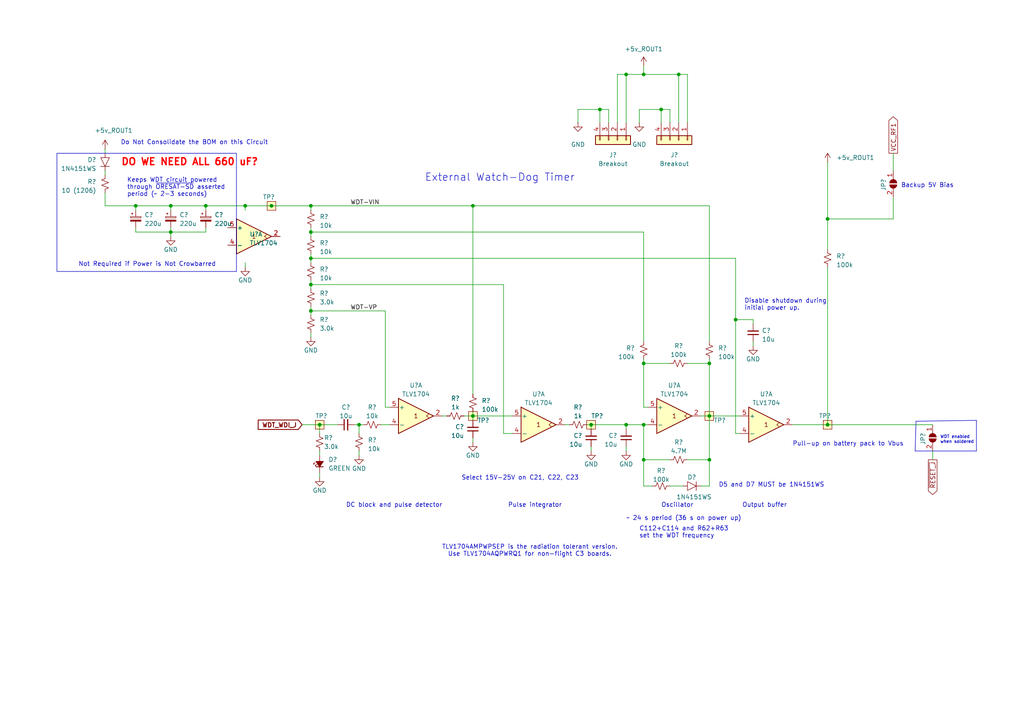
<source format=kicad_sch>
(kicad_sch (version 20231120) (generator "eeschema") (generator_version "8.0")
  (paper "A4")
  (lib_symbols
    (symbol "Connector_Generic:Conn_01x04" (pin_names (offset 1.016) hide)
      (property "Reference" "J" (at 0 5.08 0))
      (property "Value" "Conn_01x04" (at 0 -7.62 0))
      (symbol "Conn_01x04_1_1"
        (pin passive line (at -5.08 2.54 0) (length 3.81) (name "Pin_1") (number "1"))
        (pin passive line (at -5.08 0 0) (length 3.81) (name "Pin_2") (number "2"))
        (pin passive line (at -5.08 -2.54 0) (length 3.81) (name "Pin_3") (number "3"))
        (pin passive line (at -5.08 -5.08 0) (length 3.81) (name "Pin_4") (number "4"))
      )
    )
    (symbol "Device:C_Polarized_Small" (pin_numbers hide) (pin_names (offset 0.254) hide)
      (property "Reference" "C" (at 0.254 1.778 0))
      (property "Value" "C_Polarized_Small" (at 0.254 -2.032 0))
      (symbol "C_Polarized_Small_1_1"
        (pin passive line (at 0 2.54 270) (length 1.8542) (name "~") (number "1"))
        (pin passive line (at 0 -2.54 90) (length 1.8542) (name "~") (number "2"))
      )
    )
    (symbol "Device:C_Small" (pin_numbers hide) (pin_names (offset 0.254) hide)
      (property "Reference" "C" (at 0.254 1.778 0))
      (property "Value" "C_Small" (at 0.254 -2.032 0))
      (symbol "C_Small_1_1"
        (pin passive line (at 0 2.54 270) (length 2.032) (name "~") (number "1"))
        (pin passive line (at 0 -2.54 90) (length 2.032) (name "~") (number "2"))
      )
    )
    (symbol "Device:LED_Small_Filled" (pin_numbers hide) (pin_names (offset 0.254) hide)
      (property "Reference" "D" (at -1.27 3.175 0))
      (property "Value" "LED_Small_Filled" (at -4.445 -2.54 0))
      (symbol "LED_Small_Filled_1_1"
        (pin passive line (at -2.54 0 0) (length 1.778) (name "K") (number "1"))
        (pin passive line (at 2.54 0 180) (length 1.778) (name "A") (number "2"))
      )
    )
    (symbol "Device:R_Small_US" (pin_numbers hide) (pin_names (offset 0.254) hide)
      (property "Reference" "R" (at 0.762 0.508 0))
      (property "Value" "R_Small_US" (at 0.762 -1.016 0))
      (symbol "R_Small_US_1_1"
        (pin passive line (at 0 2.54 270) (length 1.016) (name "~") (number "1"))
        (pin passive line (at 0 -2.54 90) (length 1.016) (name "~") (number "2"))
      )
    )
    (symbol "GND_1" (power) (pin_numbers hide) (pin_names (offset 0) hide)
      (property "Value" "GND" (at 0 -3.81 0))
      (symbol "GND_1_1_1"
        (pin power_in line (at 0 0 270) (length 0) (name "~") (number "1"))
      )
    )
    (symbol "Jumper:SolderJumper_2_Open" (pin_names (offset 0) hide)
      (property "Reference" "JP" (at 0 2.032 0))
      (property "Value" "SolderJumper_2_Open" (at 0 -2.54 0))
      (symbol "SolderJumper_2_Open_1_1"
        (pin passive line (at -3.81 0 0) (length 2.54) (name "A") (number "1"))
        (pin passive line (at 3.81 0 180) (length 2.54) (name "B") (number "2"))
      )
    )
    (symbol "TLV1704AIPWR_1" (pin_names (offset 0.127))
      (property "Reference" "U" (at 0 5.08 0))
      (property "Value" "TLV1704AIPWR" (at 0 -5.08 0))
      (symbol "TLV1704AIPWR_1_1_1"
        (text "1" (at 0 0 0) (effects (font (size 1.27 1.27))))
        (pin open_collector line (at 7.62 0 180) (length 2.54) (name "~") (number "2"))
        (pin input line (at -7.62 -2.54 0) (length 2.54) (name "-") (number "4"))
        (pin input line (at -7.62 2.54 0) (length 2.54) (name "+") (number "5"))
      )
      (symbol "TLV1704AIPWR_1_2_1"
        (text "2" (at 0 0 0) (effects (font (size 1.27 1.27))))
        (pin open_collector line (at 7.62 0 180) (length 2.54) (name "~") (number "1"))
        (pin input line (at -7.62 -2.54 0) (length 2.54) (name "-") (number "6"))
        (pin input line (at -7.62 2.54 0) (length 2.54) (name "+") (number "7"))
      )
      (symbol "TLV1704AIPWR_1_3_1"
        (text "3" (at 0 0 0) (effects (font (size 1.27 1.27))))
        (pin open_collector line (at 7.62 0 180) (length 2.54) (name "~") (number "14"))
        (pin input line (at -7.62 -2.54 0) (length 2.54) (name "-") (number "8"))
        (pin input line (at -7.62 2.54 0) (length 2.54) (name "+") (number "9"))
      )
      (symbol "TLV1704AIPWR_1_4_1"
        (text "4" (at 0 0 0) (effects (font (size 1.27 1.27))))
        (pin input line (at -7.62 -2.54 0) (length 2.54) (name "-") (number "10"))
        (pin input line (at -7.62 2.54 0) (length 2.54) (name "+") (number "11"))
        (pin open_collector line (at 7.62 0 180) (length 2.54) (name "~") (number "13"))
      )
      (symbol "TLV1704AIPWR_1_5_1"
        (pin power_in line (at -2.54 -7.62 90) (length 3.81) (name "V-") (number "12"))
        (pin power_in line (at -2.54 7.62 270) (length 3.81) (name "V+") (number "3"))
      )
    )
    (symbol "TLV1704AIPWR_2" (pin_names (offset 0.127))
      (property "Reference" "U" (at 0 5.08 0))
      (property "Value" "TLV1704AIPWR" (at 0 -5.08 0))
      (symbol "TLV1704AIPWR_2_1_1"
        (text "1" (at 0 0 0) (effects (font (size 1.27 1.27))))
        (pin open_collector line (at 7.62 0 180) (length 2.54) (name "~") (number "2"))
        (pin input line (at -7.62 -2.54 0) (length 2.54) (name "-") (number "4"))
        (pin input line (at -7.62 2.54 0) (length 2.54) (name "+") (number "5"))
      )
      (symbol "TLV1704AIPWR_2_2_1"
        (text "2" (at 0 0 0) (effects (font (size 1.27 1.27))))
        (pin open_collector line (at 7.62 0 180) (length 2.54) (name "~") (number "1"))
        (pin input line (at -7.62 -2.54 0) (length 2.54) (name "-") (number "6"))
        (pin input line (at -7.62 2.54 0) (length 2.54) (name "+") (number "7"))
      )
      (symbol "TLV1704AIPWR_2_3_1"
        (text "3" (at 0 0 0) (effects (font (size 1.27 1.27))))
        (pin open_collector line (at 7.62 0 180) (length 2.54) (name "~") (number "14"))
        (pin input line (at -7.62 -2.54 0) (length 2.54) (name "-") (number "8"))
        (pin input line (at -7.62 2.54 0) (length 2.54) (name "+") (number "9"))
      )
      (symbol "TLV1704AIPWR_2_4_1"
        (text "4" (at 0 0 0) (effects (font (size 1.27 1.27))))
        (pin input line (at -7.62 -2.54 0) (length 2.54) (name "-") (number "10"))
        (pin input line (at -7.62 2.54 0) (length 2.54) (name "+") (number "11"))
        (pin open_collector line (at 7.62 0 180) (length 2.54) (name "~") (number "13"))
      )
      (symbol "TLV1704AIPWR_2_5_1"
        (pin power_in line (at -2.54 -7.62 90) (length 3.81) (name "V-") (number "12"))
        (pin power_in line (at -2.54 7.62 270) (length 3.81) (name "V+") (number "3"))
      )
    )
    (symbol "TLV1704AIPWR_3" (pin_names (offset 0.127))
      (property "Reference" "U" (at 0 5.08 0))
      (property "Value" "TLV1704AIPWR" (at 0 -5.08 0))
      (symbol "TLV1704AIPWR_3_1_1"
        (text "1" (at 0 0 0) (effects (font (size 1.27 1.27))))
        (pin open_collector line (at 7.62 0 180) (length 2.54) (name "~") (number "2"))
        (pin input line (at -7.62 -2.54 0) (length 2.54) (name "-") (number "4"))
        (pin input line (at -7.62 2.54 0) (length 2.54) (name "+") (number "5"))
      )
      (symbol "TLV1704AIPWR_3_2_1"
        (text "2" (at 0 0 0) (effects (font (size 1.27 1.27))))
        (pin open_collector line (at 7.62 0 180) (length 2.54) (name "~") (number "1"))
        (pin input line (at -7.62 -2.54 0) (length 2.54) (name "-") (number "6"))
        (pin input line (at -7.62 2.54 0) (length 2.54) (name "+") (number "7"))
      )
      (symbol "TLV1704AIPWR_3_3_1"
        (text "3" (at 0 0 0) (effects (font (size 1.27 1.27))))
        (pin open_collector line (at 7.62 0 180) (length 2.54) (name "~") (number "14"))
        (pin input line (at -7.62 -2.54 0) (length 2.54) (name "-") (number "8"))
        (pin input line (at -7.62 2.54 0) (length 2.54) (name "+") (number "9"))
      )
      (symbol "TLV1704AIPWR_3_4_1"
        (text "4" (at 0 0 0) (effects (font (size 1.27 1.27))))
        (pin input line (at -7.62 -2.54 0) (length 2.54) (name "-") (number "10"))
        (pin input line (at -7.62 2.54 0) (length 2.54) (name "+") (number "11"))
        (pin open_collector line (at 7.62 0 180) (length 2.54) (name "~") (number "13"))
      )
      (symbol "TLV1704AIPWR_3_5_1"
        (pin power_in line (at -2.54 -7.62 90) (length 3.81) (name "V-") (number "12"))
        (pin power_in line (at -2.54 7.62 270) (length 3.81) (name "V+") (number "3"))
      )
    )
    (symbol "TLV1704AIPWR_4" (pin_names (offset 0.127))
      (property "Reference" "U" (at 0 5.08 0))
      (property "Value" "TLV1704AIPWR" (at 0 -5.08 0))
      (symbol "TLV1704AIPWR_4_1_1"
        (text "1" (at 0 0 0) (effects (font (size 1.27 1.27))))
        (pin open_collector line (at 7.62 0 180) (length 2.54) (name "~") (number "2"))
        (pin input line (at -7.62 -2.54 0) (length 2.54) (name "-") (number "4"))
        (pin input line (at -7.62 2.54 0) (length 2.54) (name "+") (number "5"))
      )
      (symbol "TLV1704AIPWR_4_2_1"
        (text "2" (at 0 0 0) (effects (font (size 1.27 1.27))))
        (pin open_collector line (at 7.62 0 180) (length 2.54) (name "~") (number "1"))
        (pin input line (at -7.62 -2.54 0) (length 2.54) (name "-") (number "6"))
        (pin input line (at -7.62 2.54 0) (length 2.54) (name "+") (number "7"))
      )
      (symbol "TLV1704AIPWR_4_3_1"
        (text "3" (at 0 0 0) (effects (font (size 1.27 1.27))))
        (pin open_collector line (at 7.62 0 180) (length 2.54) (name "~") (number "14"))
        (pin input line (at -7.62 -2.54 0) (length 2.54) (name "-") (number "8"))
        (pin input line (at -7.62 2.54 0) (length 2.54) (name "+") (number "9"))
      )
      (symbol "TLV1704AIPWR_4_4_1"
        (text "4" (at 0 0 0) (effects (font (size 1.27 1.27))))
        (pin input line (at -7.62 -2.54 0) (length 2.54) (name "-") (number "10"))
        (pin input line (at -7.62 2.54 0) (length 2.54) (name "+") (number "11"))
        (pin open_collector line (at 7.62 0 180) (length 2.54) (name "~") (number "13"))
      )
      (symbol "TLV1704AIPWR_4_5_1"
        (pin power_in line (at -2.54 -7.62 90) (length 3.81) (name "V-") (number "12"))
        (pin power_in line (at -2.54 7.62 270) (length 3.81) (name "V+") (number "3"))
      )
    )
    (symbol "oresat-diodes:1N4151WS-HE3" (pin_numbers hide) (pin_names (offset 0) hide)
      (property "Reference" "D" (at 0 2.54 0))
      (property "Value" "1N4151WS" (at 0 -2.54 0))
      (symbol "1N4151WS-HE3_1_1"
        (pin passive line (at 2.54 0 180) (length 1.27) (name "1") (number "1"))
        (pin passive line (at -2.54 0 0) (length 1.27) (name "2") (number "2"))
      )
    )
    (symbol "oresat-ics:TLV1704AIPWR" (pin_names (offset 0.127))
      (property "Reference" "U" (at 0 5.08 0))
      (property "Value" "TLV1704AIPWR" (at 0 -5.08 0))
      (symbol "TLV1704AIPWR_1_1"
        (text "1" (at 0 0 0) (effects (font (size 1.27 1.27))))
        (pin open_collector line (at 7.62 0 180) (length 2.54) (name "~") (number "2"))
        (pin input line (at -7.62 -2.54 0) (length 2.54) (name "-") (number "4"))
        (pin input line (at -7.62 2.54 0) (length 2.54) (name "+") (number "5"))
      )
      (symbol "TLV1704AIPWR_2_1"
        (text "2" (at 0 0 0) (effects (font (size 1.27 1.27))))
        (pin open_collector line (at 7.62 0 180) (length 2.54) (name "~") (number "1"))
        (pin input line (at -7.62 -2.54 0) (length 2.54) (name "-") (number "6"))
        (pin input line (at -7.62 2.54 0) (length 2.54) (name "+") (number "7"))
      )
      (symbol "TLV1704AIPWR_3_1"
        (text "3" (at 0 0 0) (effects (font (size 1.27 1.27))))
        (pin open_collector line (at 7.62 0 180) (length 2.54) (name "~") (number "14"))
        (pin input line (at -7.62 -2.54 0) (length 2.54) (name "-") (number "8"))
        (pin input line (at -7.62 2.54 0) (length 2.54) (name "+") (number "9"))
      )
      (symbol "TLV1704AIPWR_4_1"
        (text "4" (at 0 0 0) (effects (font (size 1.27 1.27))))
        (pin input line (at -7.62 -2.54 0) (length 2.54) (name "-") (number "10"))
        (pin input line (at -7.62 2.54 0) (length 2.54) (name "+") (number "11"))
        (pin open_collector line (at 7.62 0 180) (length 2.54) (name "~") (number "13"))
      )
      (symbol "TLV1704AIPWR_5_1"
        (pin power_in line (at -2.54 -7.62 90) (length 3.81) (name "V-") (number "12"))
        (pin power_in line (at -2.54 7.62 270) (length 3.81) (name "V+") (number "3"))
      )
    )
    (symbol "oresat-misc:Test-Point-0.75mm-th" (exclude_from_sim yes) (in_bom no)
      (property "Reference" "TP" (at 0 2.54 0))
      (symbol "Test-Point-0.75mm-th_1_0"
        (pin passive line (at 0 0 0) (length 0) (name "1") (number "1"))
      )
    )
    (symbol "power:GND" (power) (pin_names (offset 0))
      (property "Value" "GND" (at 0 -3.81 0))
      (symbol "GND_1_1"
        (pin power_in line (at 0 0 270) (length 0) hide (name "GND") (number "1"))
      )
    )
    (symbol "power:VBUS" (power) (pin_numbers hide) (pin_names (offset 0) hide)
      (property "Value" "VBUS" (at 0 3.556 0))
      (symbol "VBUS_1_1"
        (pin power_in line (at 0 0 90) (length 0) (name "~") (number "1"))
      )
    )
  )
  (junction (at 137.16 120.65))
  (junction (at 137.16 59.69))
  (junction (at 39.37 59.69))
  (junction (at 181.61 21.59))
  (junction (at 240.03 63.5))
  (junction (at 213.36 92.71))
  (junction (at 78.74 59.69))
  (junction (at 205.74 105.41))
  (junction (at 49.53 67.31))
  (junction (at 90.17 67.31))
  (junction (at 90.17 74.93))
  (junction (at 196.85 21.59))
  (junction (at 90.17 90.17))
  (junction (at 186.69 105.41))
  (junction (at 171.45 123.19))
  (junction (at 186.69 123.19))
  (junction (at 205.74 120.65))
  (junction (at 173.99 31.75))
  (junction (at 90.17 82.55))
  (junction (at 90.17 59.69))
  (junction (at 186.69 133.35))
  (junction (at 104.14 123.19))
  (junction (at 92.71 123.19))
  (junction (at 49.53 59.69))
  (junction (at 191.77 31.75))
  (junction (at 181.61 123.19))
  (junction (at 59.69 59.69))
  (junction (at 186.69 21.59))
  (junction (at 240.03 123.19))
  (junction (at 71.12 59.69))
  (junction (at 205.74 133.35))
  (wire (pts (xy 191.77 31.75) (xy 185.42 31.75)))
  (wire (pts (xy 173.99 35.56) (xy 173.99 31.75)))
  (wire (pts (xy 186.69 99.06) (xy 186.69 67.31)))
  (wire (pts (xy 199.39 21.59) (xy 196.85 21.59)))
  (wire (pts (xy 146.05 125.73) (xy 148.59 125.73)))
  (wire (pts (xy 173.99 31.75) (xy 167.64 31.75)))
  (wire (pts (xy 49.53 59.69) (xy 59.69 59.69)))
  (wire (pts (xy 170.18 123.19) (xy 171.45 123.19)))
  (wire (pts (xy 110.49 123.19) (xy 113.03 123.19)))
  (wire (pts (xy 167.64 31.75) (xy 167.64 35.56)))
  (wire (pts (xy 181.61 21.59) (xy 181.61 35.56)))
  (wire (pts (xy 199.39 105.41) (xy 205.74 105.41)))
  (wire (pts (xy 71.12 77.47) (xy 71.12 76.2)))
  (wire (pts (xy 59.69 59.69) (xy 71.12 59.69)))
  (wire (pts (xy 134.62 120.65) (xy 137.16 120.65)))
  (wire (pts (xy 59.69 60.96) (xy 59.69 59.69)))
  (wire (pts (xy 205.74 99.06) (xy 205.74 59.69)))
  (wire (pts (xy 30.48 55.88) (xy 30.48 59.69)))
  (wire (pts (xy 90.17 96.52) (xy 90.17 97.79)))
  (wire (pts (xy 205.74 140.97) (xy 205.74 133.35)))
  (polyline (pts (xy 265.43 130.81) (xy 265.684 122.174)))
  (wire (pts (xy 218.44 93.98) (xy 218.44 92.71)))
  (wire (pts (xy 71.12 59.69) (xy 78.74 59.69)))
  (wire (pts (xy 181.61 21.59) (xy 186.69 21.59)))
  (wire (pts (xy 90.17 82.55) (xy 146.05 82.55)))
  (wire (pts (xy 173.99 31.75) (xy 176.53 31.75)))
  (wire (pts (xy 240.03 63.5) (xy 240.03 72.39)))
  (wire (pts (xy 194.31 133.35) (xy 186.69 133.35)))
  (wire (pts (xy 90.17 90.17) (xy 90.17 91.44)))
  (wire (pts (xy 186.69 21.59) (xy 186.69 19.05)))
  (wire (pts (xy 49.53 67.31) (xy 49.53 68.58)))
  (wire (pts (xy 205.74 133.35) (xy 205.74 120.65)))
  (wire (pts (xy 137.16 120.65) (xy 148.59 120.65)))
  (wire (pts (xy 90.17 90.17) (xy 111.76 90.17)))
  (wire (pts (xy 186.69 118.11) (xy 186.69 105.41)))
  (wire (pts (xy 186.69 140.97) (xy 189.23 140.97)))
  (wire (pts (xy 171.45 130.81) (xy 171.45 129.54)))
  (wire (pts (xy 205.74 120.65) (xy 214.63 120.65)))
  (wire (pts (xy 146.05 82.55) (xy 146.05 125.73)))
  (polyline (pts (xy 283.21 130.81) (xy 265.43 130.81)))
  (wire (pts (xy 163.83 123.19) (xy 165.1 123.19)))
  (wire (pts (xy 39.37 59.69) (xy 39.37 60.96)))
  (wire (pts (xy 186.69 140.97) (xy 186.69 133.35)))
  (wire (pts (xy 30.48 59.69) (xy 39.37 59.69)))
  (wire (pts (xy 90.17 73.66) (xy 90.17 74.93)))
  (wire (pts (xy 90.17 67.31) (xy 186.69 67.31)))
  (wire (pts (xy 90.17 60.96) (xy 90.17 59.69)))
  (wire (pts (xy 137.16 59.69) (xy 137.16 114.3)))
  (wire (pts (xy 205.74 105.41) (xy 205.74 120.65)))
  (wire (pts (xy 259.08 57.15) (xy 259.08 63.5)))
  (wire (pts (xy 137.16 120.65) (xy 137.16 119.38)))
  (wire (pts (xy 213.36 74.93) (xy 213.36 92.71)))
  (wire (pts (xy 92.71 130.81) (xy 92.71 132.08)))
  (wire (pts (xy 196.85 21.59) (xy 186.69 21.59)))
  (wire (pts (xy 78.74 59.69) (xy 90.17 59.69)))
  (wire (pts (xy 194.31 31.75) (xy 194.31 35.56)))
  (wire (pts (xy 90.17 74.93) (xy 213.36 74.93)))
  (wire (pts (xy 186.69 104.14) (xy 186.69 105.41)))
  (wire (pts (xy 205.74 104.14) (xy 205.74 105.41)))
  (wire (pts (xy 179.07 21.59) (xy 181.61 21.59)))
  (wire (pts (xy 137.16 128.27) (xy 137.16 127)))
  (wire (pts (xy 137.16 59.69) (xy 205.74 59.69)))
  (wire (pts (xy 49.53 67.31) (xy 39.37 67.31)))
  (wire (pts (xy 191.77 35.56) (xy 191.77 31.75)))
  (wire (pts (xy 181.61 123.19) (xy 186.69 123.19)))
  (wire (pts (xy 171.45 123.19) (xy 181.61 123.19)))
  (wire (pts (xy 49.53 59.69) (xy 49.53 60.96)))
  (wire (pts (xy 181.61 130.81) (xy 181.61 129.54)))
  (wire (pts (xy 203.2 140.97) (xy 205.74 140.97)))
  (wire (pts (xy 111.76 90.17) (xy 111.76 118.11)))
  (polyline (pts (xy 265.684 122.174) (xy 283.21 121.92)))
  (polyline (pts (xy 283.21 121.92) (xy 283.21 130.81)))
  (wire (pts (xy 92.71 125.73) (xy 92.71 123.19)))
  (wire (pts (xy 186.69 133.35) (xy 186.69 123.19)))
  (wire (pts (xy 240.03 46.99) (xy 240.03 63.5)))
  (wire (pts (xy 90.17 67.31) (xy 90.17 68.58)))
  (wire (pts (xy 259.08 63.5) (xy 240.03 63.5)))
  (wire (pts (xy 213.36 92.71) (xy 218.44 92.71)))
  (wire (pts (xy 92.71 138.43) (xy 92.71 137.16)))
  (wire (pts (xy 187.96 118.11) (xy 186.69 118.11)))
  (wire (pts (xy 229.87 123.19) (xy 240.03 123.19)))
  (wire (pts (xy 90.17 66.04) (xy 90.17 67.31)))
  (wire (pts (xy 111.76 118.11) (xy 113.03 118.11)))
  (wire (pts (xy 196.85 35.56) (xy 196.85 21.59)))
  (wire (pts (xy 90.17 82.55) (xy 90.17 83.82)))
  (wire (pts (xy 199.39 35.56) (xy 199.39 21.59)))
  (wire (pts (xy 259.08 44.45) (xy 259.08 49.53)))
  (wire (pts (xy 87.63 123.19) (xy 92.71 123.19)))
  (wire (pts (xy 39.37 59.69) (xy 49.53 59.69)))
  (wire (pts (xy 185.42 31.75) (xy 185.42 35.56)))
  (wire (pts (xy 104.14 123.19) (xy 104.14 125.73)))
  (wire (pts (xy 191.77 31.75) (xy 194.31 31.75)))
  (wire (pts (xy 102.87 123.19) (xy 104.14 123.19)))
  (wire (pts (xy 30.48 43.18) (xy 30.48 44.45)))
  (wire (pts (xy 171.45 123.19) (xy 171.45 124.46)))
  (wire (pts (xy 186.69 123.19) (xy 187.96 123.19)))
  (wire (pts (xy 240.03 77.47) (xy 240.03 123.19)))
  (wire (pts (xy 92.71 123.19) (xy 97.79 123.19)))
  (wire (pts (xy 39.37 66.04) (xy 39.37 67.31)))
  (wire (pts (xy 104.14 123.19) (xy 105.41 123.19)))
  (wire (pts (xy 49.53 66.04) (xy 49.53 67.31)))
  (wire (pts (xy 194.31 140.97) (xy 198.12 140.97)))
  (wire (pts (xy 213.36 125.73) (xy 214.63 125.73)))
  (wire (pts (xy 218.44 100.33) (xy 218.44 99.06)))
  (wire (pts (xy 181.61 124.46) (xy 181.61 123.19)))
  (wire (pts (xy 137.16 120.65) (xy 137.16 121.92)))
  (wire (pts (xy 104.14 130.81) (xy 104.14 132.08)))
  (wire (pts (xy 186.69 105.41) (xy 194.31 105.41)))
  (wire (pts (xy 137.16 59.69) (xy 90.17 59.69)))
  (wire (pts (xy 199.39 133.35) (xy 205.74 133.35)))
  (wire (pts (xy 90.17 81.28) (xy 90.17 82.55)))
  (wire (pts (xy 128.27 120.65) (xy 129.54 120.65)))
  (wire (pts (xy 270.51 130.81) (xy 270.51 133.35)))
  (wire (pts (xy 59.69 66.04) (xy 59.69 67.31)))
  (wire (pts (xy 176.53 31.75) (xy 176.53 35.56)))
  (wire (pts (xy 213.36 92.71) (xy 213.36 125.73)))
  (wire (pts (xy 179.07 35.56) (xy 179.07 21.59)))
  (wire (pts (xy 71.12 60.96) (xy 71.12 59.69)))
  (wire (pts (xy 240.03 123.19) (xy 270.51 123.19)))
  (wire (pts (xy 30.48 49.53) (xy 30.48 50.8)))
  (wire (pts (xy 90.17 74.93) (xy 90.17 76.2)))
  (wire (pts (xy 49.53 67.31) (xy 59.69 67.31)))
  (wire (pts (xy 90.17 88.9) (xy 90.17 90.17)))
  (wire (pts (xy 203.2 120.65) (xy 205.74 120.65)))
  (rectangle (start 16.51 44.45) (end 68.58 78.74))
  (text "Oscillator" (at 191.77 147.32 0) (effects (font (size 1.27 1.27)) (justify left bottom)))
  (text "Pulse integrator" (at 147.32 147.32 0) (effects (font (size 1.27 1.27)) (justify left bottom)))
  (text "DO WE NEED ALL 660 uF?" (at 35.052 48.26 0) (effects (font (size 2 2) (thickness 0.4) (bold yes)) (justify left bottom)))
  (text "External Watch-Dog Timer" (at 123.19 52.832 0) (effects (font (size 2.159 2.159)) (justify left bottom)))
  (text "Output buffer" (at 215.265 147.32 0) (effects (font (size 1.27 1.27)) (justify left bottom)))
  (text "Disable shutdown during\ninitial power up." (at 215.9 90.17 0) (effects (font (size 1.27 1.27)) (justify left bottom)))
  (text "C112+C114 and R62+R63 \nset the WDT frequency" (at 185.42 156.21 0) (effects (font (size 1.27 1.27)) (justify left bottom)))
  (text "Keeps WDT circuit powered\nthrough ~{ORESAT-SD} asserted\nperiod (~ 2-3 seconds)" (at 36.83 57.15 0) (effects (font (size 1.27 1.27)) (justify left bottom)))
  (text "Backup 5V Bias" (at 268.986 53.848 0) (effects (font (size 1.27 1.27))))
  (text "~ 24 s period (36 s on power up)" (at 181.61 151.13 0) (effects (font (size 1.27 1.27)) (justify left bottom)))
  (text "Not Required if Power is Not Crowbarred " (at 43.18 76.708 0) (effects (font (size 1.27 1.27))))
  (text "DC block and pulse detector" (at 100.33 147.32 0) (effects (font (size 1.27 1.27)) (justify left bottom)))
  (text "WDT enabled\nwhen soldered" (at 272.669 128.778 0) (effects (font (size 0.889 0.889)) (justify left bottom)))
  (text "D5 and D7 MUST be 1N4151WS" (at 223.774 140.716 0) (effects (font (size 1.27 1.27))))
  (text "Do Not Consolidate the BOM on this Circuit" (at 56.388 41.402 0) (effects (font (size 1.27 1.27))))
  (text "Select 15V-25V on C21, C22, C23" (at 150.876 138.684 0) (effects (font (size 1.27 1.27))))
  (text "TLV1704AMPWPSEP is the radiation tolerant version.\nUse TLV1704AQPWRQ1 for non-flight C3 boards." (at 153.67 159.766 0) (effects (font (size 1.27 1.27))))
  (text "Pull-up on battery pack to Vbus" (at 229.87 129.54 0) (effects (font (size 1.27 1.27)) (justify left bottom)))
  (label "WDT-VIN" (at 101.6 59.69 0))
  (label "WDT-VP" (at 101.6 90.17 0))
  (global_label "VCC_RF1" (shape output) (at 259.08 44.45 90) (property "Intersheetrefs" "${INTERSHEET_REFS}" (effects (hide yes))))
  (global_label "~{RESET_J}" (shape output) (at 270.51 133.35 270) (property "Intersheetrefs" "${INTERSHEET_REFS}" (effects (hide yes))))
  (global_label "WDT_WDI_J" (shape input) (at 87.63 123.19 180) (effects (font (thickness 0.254) (bold yes))) (property "Intersheetrefs" "${INTERSHEET_REFS}" (effects (hide yes))))
  (symbol (lib_id "power:GND") (at 104.14 132.08 0) (unit 1)
    (property "Reference" "#PWR0111" (effects (hide yes)))
    (property "Value" "GND" (at 104.14 135.89 0))
    (property "Description" "Power symbol creates a global label with name \"GND\" , ground" (effects (hide yes)))
  )
  (symbol (lib_id "Device:R_Small_US") (at 90.17 86.36 0) (unit 1)
    (property "Reference" "R?" (at 92.71 85.09 0) (effects (justify left)))
    (property "Value" "3.0k" (at 92.71 87.63 0) (effects (justify left)))
    (property "Footprint" "Resistor_SMD:R_0603_1608Metric" (effects (hide yes)))
    (property "Description" "3 kOhms ±1% 0.1W, 1/10W Chip Resistor 0603 (1608 Metric) Automotive AEC-Q200 Thick Film" (effects (hide yes)))
    (property "DPN" "RMCF0603FT3K00CT-ND" (effects (hide yes)))
    (property "DST" "Digi-Key" (effects (hide yes)))
    (property "MFR" "Stackpole Electronics Inc" (effects (hide yes)))
    (property "MPN" "RMCF0603FT3K00" (effects (hide yes)))
  )
  (symbol (lib_id "Device:C_Small") (at 218.44 96.52 180) (unit 1)
    (property "Reference" "C?" (at 220.98 95.8786 0) (effects (justify right)))
    (property "Value" "10u" (at 220.98 98.4186 0) (effects (justify right)))
    (property "Footprint" "Capacitor_SMD:C_0603_1608Metric" (effects (hide yes)))
    (property "Description" "10 µF ±10% 16V Ceramic Capacitor X5R 0603 (1608 Metric)" (effects (hide yes)))
    (property "DPN" "490-12317-1-ND" (effects (hide yes)))
    (property "DST" "Digi-Key" (effects (hide yes)))
    (property "MFR" "Murata" (effects (hide yes)))
    (property "MPN" "GRT188R61C106KE13D" (effects (hide yes)))
  )
  (symbol (lib_id "power:VBUS") (at 186.69 19.05 0) (unit 1)
    (property "Reference" "#PWR0114" (effects (hide yes)))
    (property "Value" "+5v_ROUT1" (at 186.69 14.224 0))
    (property "Description" "Power symbol creates a global label with name \"VBUS\"" (effects (hide yes)))
  )
  (symbol (lib_name "TLV1704AIPWR_4") (lib_id "oresat-ics:TLV1704AIPWR") (at 156.21 123.19 0) (unit 1)
    (property "Reference" "U?" (at 156.21 114.3 0))
    (property "Value" "TLV1704" (at 156.21 116.84 0))
    (property "Footprint" "Package_SO:TSSOP-14_4.4x5mm_P0.65mm" (effects (hide yes)))
    (property "Datasheet" "https://www.ti.com/lit/ds/symlink/tlv1704-sep.pdf" (effects (hide yes)))
    (property "Description" "Analog Comparators 2.2-V to 36-V, radiation tolerant microPower quad comparator in space enhanced plastic 14-TSSOP -55 to 125" (effects (hide yes)))
    (property "MFR" "Texas Instruments" (effects (hide yes)))
    (property "MPN" "TLV1704AQPWRQ1" (effects (hide yes)))
    (property "DST" "Digi-Key" (effects (hide yes)))
    (property "DPN" "296-43799-2-ND" (effects (hide yes)))
  )
  (symbol (lib_id "Device:R_Small_US") (at 137.16 116.84 0) (unit 1)
    (property "Reference" "R?" (at 139.7 116.205 0) (effects (justify left)))
    (property "Value" "100k" (at 139.7 118.745 0) (effects (justify left)))
    (property "Footprint" "Resistor_SMD:R_0603_1608Metric" (effects (hide yes)))
    (property "Description" "100 kOhms ±5% 0.1W, 1/10W Chip Resistor 0603 (1608 Metric) Automotive AEC-Q200 Thick Film" (effects (hide yes)))
    (property "DPN" "RMCF0603FT100KCT-ND" (effects (hide yes)))
    (property "DST" "Digi-Key" (effects (hide yes)))
    (property "MFR" "Stackpole Electronics Inc" (effects (hide yes)))
    (property "MPN" "RMCF0603FT100K" (effects (hide yes)))
  )
  (symbol (lib_id "Device:R_Small_US") (at 191.77 140.97 270) (unit 1)
    (property "Reference" "R?" (at 191.77 136.525 90))
    (property "Value" "100k" (at 191.77 139.065 90))
    (property "Footprint" "Resistor_SMD:R_0603_1608Metric" (effects (hide yes)))
    (property "Description" "100 kOhms ±5% 0.1W, 1/10W Chip Resistor 0603 (1608 Metric) Automotive AEC-Q200 Thick Film" (effects (hide yes)))
    (property "DPN" "RMCF0603FT100KCT-ND" (effects (hide yes)))
    (property "DST" "Digi-Key" (effects (hide yes)))
    (property "MFR" "Stackpole Electronics Inc" (effects (hide yes)))
    (property "MPN" "RMCF0603FT100K" (effects (hide yes)))
  )
  (symbol (lib_id "Device:R_Small_US") (at 186.69 101.6 0) (mirror x) (unit 1)
    (property "Reference" "R?" (at 184.15 100.965 0) (effects (justify right)))
    (property "Value" "100k" (at 184.15 103.505 0) (effects (justify right)))
    (property "Footprint" "Resistor_SMD:R_0603_1608Metric" (effects (hide yes)))
    (property "Description" "100 kOhms ±5% 0.1W, 1/10W Chip Resistor 0603 (1608 Metric) Automotive AEC-Q200 Thick Film" (effects (hide yes)))
    (property "DPN" "RMCF0603FT100KCT-ND" (effects (hide yes)))
    (property "DST" "Digi-Key" (effects (hide yes)))
    (property "MFR" "Stackpole Electronics Inc" (effects (hide yes)))
    (property "MPN" "RMCF0603FT100K" (effects (hide yes)))
  )
  (symbol (lib_id "oresat-diodes:1N4151WS-HE3") (at 200.66 140.97 0) (unit 1)
    (property "Reference" "D?" (at 200.66 138.43 0))
    (property "Value" "1N4151WS" (at 201.295 144.145 0))
    (property "Footprint" "Diode_SMD:D_SOD-323" (effects (hide yes)))
    (property "Datasheet" "https://www.vishay.com/docs/85847/1n4151ws.pdf" (effects (hide yes)))
    (property "Description" "Diode Standard 50V 150mA Surface Mount SOD-323" (effects (hide yes)))
    (property "DPN" "112-1N4151WS-E3-08CT-ND" (effects (hide yes)))
    (property "DST" "Digi-Key" (effects (hide yes)))
    (property "MFR" "Vishay" (effects (hide yes)))
    (property "MPN" "1N4151WS-E3-08" (effects (hide yes)))
  )
  (symbol (lib_id "oresat-diodes:1N4151WS-HE3") (at 30.48 46.99 90) (mirror x) (unit 1)
    (property "Reference" "D?" (at 27.94 46.355 90) (effects (justify left)))
    (property "Value" "1N4151WS" (at 27.94 48.895 90) (effects (justify left)))
    (property "Footprint" "Diode_SMD:D_SOD-323" (effects (hide yes)))
    (property "Datasheet" "https://www.vishay.com/docs/85847/1n4151ws.pdf" (effects (hide yes)))
    (property "Description" "Diode Standard 50V 150mA Surface Mount SOD-323" (effects (hide yes)))
    (property "DPN" "112-1N4151WS-E3-08CT-ND" (effects (hide yes)))
    (property "DST" "Digi-Key" (effects (hide yes)))
    (property "MFR" "Vishay" (effects (hide yes)))
    (property "MPN" "1N4151WS-E3-08" (effects (hide yes)))
  )
  (symbol (lib_id "Jumper:SolderJumper_2_Open") (at 270.51 127 270) (unit 1)
    (property "Reference" "JP?" (at 267.716 127.254 0))
    (property "Value" "SolderJumper_2_Open" (effects (hide yes)))
    (property "Footprint" "Jumper:SolderJumper-2_P1.3mm_Open_RoundedPad1.0x1.5mm" (effects (hide yes)))
  )
  (symbol (lib_id "power:GND") (at 71.12 77.47 0) (mirror y) (unit 1)
    (property "Reference" "#PWR0117" (effects (hide yes)))
    (property "Value" "GND" (at 71.12 81.28 0))
    (property "Description" "Power symbol creates a global label with name \"GND\" , ground" (effects (hide yes)))
  )
  (symbol (lib_id "Device:R_Small_US") (at 196.85 105.41 90) (unit 1)
    (property "Reference" "R?" (at 196.85 100.33 90))
    (property "Value" "100k" (at 196.85 102.87 90))
    (property "Footprint" "Resistor_SMD:R_0603_1608Metric" (effects (hide yes)))
    (property "Description" "100 kOhms ±5% 0.1W, 1/10W Chip Resistor 0603 (1608 Metric) Automotive AEC-Q200 Thick Film" (effects (hide yes)))
    (property "DPN" "RMCF0603FT100KCT-ND" (effects (hide yes)))
    (property "DST" "Digi-Key" (effects (hide yes)))
    (property "MFR" "Stackpole Electronics Inc" (effects (hide yes)))
    (property "MPN" "RMCF0603FT100K" (effects (hide yes)))
  )
  (symbol (lib_id "power:VBUS") (at 30.48 43.18 0) (unit 1)
    (property "Reference" "#PWR0118" (effects (hide yes)))
    (property "Value" "+5v_ROUT1" (at 27.432 37.846 0) (effects (justify left)))
    (property "Description" "Power symbol creates a global label with name \"VBUS\"" (effects (hide yes)))
  )
  (symbol (lib_id "Device:R_Small_US") (at 90.17 78.74 0) (unit 1)
    (property "Reference" "R?" (at 92.71 78.105 0) (effects (justify left)))
    (property "Value" "10k" (at 92.71 80.645 0) (effects (justify left)))
    (property "Footprint" "Resistor_SMD:R_0603_1608Metric" (effects (hide yes)))
    (property "Description" "10 kOhms ±1% 0.1W, 1/10W Chip Resistor 0603 (1608 Metric) Automotive AEC-Q200 Thick Film" (effects (hide yes)))
    (property "DPN" "RMCF0603FT10K0CT-ND" (effects (hide yes)))
    (property "DST" "Digi-Key" (effects (hide yes)))
    (property "MFR" "Stackpole Electronics Inc" (effects (hide yes)))
    (property "MPN" "RMCF0603FT10K0" (effects (hide yes)))
  )
  (symbol (lib_id "Device:R_Small_US") (at 30.48 53.34 0) (mirror y) (unit 1)
    (property "Reference" "R?" (at 27.94 52.705 0) (effects (justify left)))
    (property "Value" "10 (1206)" (at 27.94 55.245 0) (effects (justify left)))
    (property "Footprint" "Resistor_SMD:R_1206_3216Metric" (effects (hide yes)))
    (property "Description" "10 Ohms ±1% 0.5W, 1/2W Chip Resistor 1206 (3216 Metric) Automotive AEC-Q200, Pulse Withstanding Thick Film" (effects (hide yes)))
    (property "DPN" "RHM10.0AFCT-ND" (effects (hide yes)))
    (property "DST" "Digi-Key" (effects (hide yes)))
    (property "MFR" "Rohm Semiconductor" (effects (hide yes)))
    (property "MPN" "ESR18EZPF10R0" (effects (hide yes)))
  )
  (symbol (lib_id "power:GND") (at 171.45 130.81 0) (mirror y) (unit 1)
    (property "Reference" "#PWR0112" (effects (hide yes)))
    (property "Value" "GND" (at 171.45 134.62 0))
    (property "Description" "Power symbol creates a global label with name \"GND\" , ground" (effects (hide yes)))
  )
  (symbol (lib_name "GND_1") (lib_id "power:GND") (at 167.64 35.56 0) (unit 1)
    (property "Reference" "#PWR0115" (effects (hide yes)))
    (property "Value" "GND" (at 167.64 41.91 0))
    (property "Description" "Power symbol creates a global label with name \"GND\" , ground" (effects (hide yes)))
  )
  (symbol (lib_id "Connector_Generic:Conn_01x04") (at 196.85 40.64 270) (unit 1)
    (property "Reference" "J?" (at 195.58 44.958 90))
    (property "Value" "Breakout" (at 195.58 47.498 90))
    (property "Footprint" "FC_DEV_BOARD:JST_BM04B-SRSS-TB(LF)(SN)" (effects (hide yes)))
  )
  (symbol (lib_id "Device:R_Small_US") (at 196.85 133.35 270) (unit 1)
    (property "Reference" "R?" (at 196.85 128.27 90))
    (property "Value" "4.7M" (at 196.85 130.81 90))
    (property "Footprint" "Resistor_SMD:R_0603_1608Metric" (effects (hide yes)))
    (property "Description" "4.7 MOhms ±1% 0.1W, 1/10W Chip Resistor 0603 (1608 Metric) Automotive AEC-Q200 Thick Film" (effects (hide yes)))
    (property "DPN" "RMCF0603FT4M70CT-ND" (effects (hide yes)))
    (property "DST" "Digi-Key" (effects (hide yes)))
    (property "MFR" "Stackpole Electronics Inc" (effects (hide yes)))
    (property "MPN" "RMCF0603FT4M70" (effects (hide yes)))
  )
  (symbol (lib_id "Device:C_Polarized_Small") (at 59.69 63.5 0) (unit 1)
    (property "Reference" "C?" (at 62.23 62.3189 0) (effects (justify left)))
    (property "Value" "220u" (at 62.23 64.8589 0) (effects (justify left)))
    (property "Footprint" "Capacitor_Tantalum_SMD:CP_EIA-7361-38_AVX-V" (effects (hide yes)))
    (property "Description" "220µF Molded Tantalum Capacitors 16V 2917 (7343 Metric) 100mOhm @ 100kHz" (effects (hide yes)))
    (property "DPN" "478-12518-2-ND" (effects (hide yes)))
    (property "DST" "Digi-Key" (effects (hide yes)))
    (property "MFR" "Kyocera AVX" (effects (hide yes)))
    (property "MPN" "TCN4227M025R0100" (effects (hide yes)))
  )
  (symbol (lib_id "Device:R_Small_US") (at 107.95 123.19 90) (unit 1)
    (property "Reference" "R?" (at 107.95 118.11 90))
    (property "Value" "10k" (at 107.95 120.65 90))
    (property "Footprint" "Resistor_SMD:R_0603_1608Metric" (effects (hide yes)))
    (property "Description" "10 kOhms ±1% 0.1W, 1/10W Chip Resistor 0603 (1608 Metric) Automotive AEC-Q200 Thick Film" (effects (hide yes)))
    (property "DPN" "RMCF0603FT10K0CT-ND" (effects (hide yes)))
    (property "DST" "Digi-Key" (effects (hide yes)))
    (property "MFR" "Stackpole Electronics Inc" (effects (hide yes)))
    (property "MPN" "RMCF0603FT10K0" (effects (hide yes)))
  )
  (symbol (lib_id "power:GND") (at 137.16 128.27 0) (unit 1)
    (property "Reference" "#PWR0113" (effects (hide yes)))
    (property "Value" "GND" (at 137.16 132.08 0))
    (property "Description" "Power symbol creates a global label with name \"GND\" , ground" (effects (hide yes)))
  )
  (symbol (lib_id "Device:R_Small_US") (at 90.17 63.5 0) (unit 1)
    (property "Reference" "R?" (at 92.71 62.865 0) (effects (justify left)))
    (property "Value" "10k" (at 92.71 65.405 0) (effects (justify left)))
    (property "Footprint" "Resistor_SMD:R_0603_1608Metric" (effects (hide yes)))
    (property "Description" "10 kOhms ±1% 0.1W, 1/10W Chip Resistor 0603 (1608 Metric) Automotive AEC-Q200 Thick Film" (effects (hide yes)))
    (property "DPN" "RMCF0603FT10K0CT-ND" (effects (hide yes)))
    (property "DST" "Digi-Key" (effects (hide yes)))
    (property "MFR" "Stackpole Electronics Inc" (effects (hide yes)))
    (property "MPN" "RMCF0603FT10K0" (effects (hide yes)))
  )
  (symbol (lib_id "power:GND") (at 181.61 130.81 0) (mirror y) (unit 1)
    (property "Reference" "#PWR0124" (effects (hide yes)))
    (property "Value" "GND" (at 181.61 134.62 0))
    (property "Description" "Power symbol creates a global label with name \"GND\" , ground" (effects (hide yes)))
  )
  (symbol (lib_id "Device:R_Small_US") (at 132.08 120.65 90) (unit 1)
    (property "Reference" "R?" (at 132.08 115.57 90))
    (property "Value" "1k" (at 132.08 118.11 90))
    (property "Footprint" "Resistor_SMD:R_0603_1608Metric" (effects (hide yes)))
    (property "Description" "1 kOhms ±1% 0.1W, 1/10W Chip Resistor 0603 (1608 Metric) Automotive AEC-Q200 Thick Film" (effects (hide yes)))
    (property "DPN" "RMCF0603FT1K00CT-ND" (effects (hide yes)))
    (property "DST" "Digi-Key" (effects (hide yes)))
    (property "MFR" "Stackpole Electronics Inc" (effects (hide yes)))
    (property "MPN" "RMCF0603FT1K00" (effects (hide yes)))
  )
  (symbol (lib_id "oresat-ics:TLV1704AIPWR") (at 73.66 68.58 0) (unit 1)
    (property "Reference" "U?" (at 72.39 67.945 0) (effects (justify left)))
    (property "Value" "TLV1704" (at 72.39 70.485 0) (effects (justify left)))
    (property "Footprint" "Package_SO:TSSOP-14_4.4x5mm_P0.65mm" (effects (hide yes)))
    (property "Datasheet" "https://www.ti.com/lit/ds/symlink/tlv1704-sep.pdf" (effects (hide yes)))
    (property "Description" "Analog Comparators 2.2-V to 36-V, radiation tolerant microPower quad comparator in space enhanced plastic 14-TSSOP -55 to 125" (effects (hide yes)))
    (property "MFR" "Texas Instruments" (effects (hide yes)))
    (property "MPN" "TLV1704AQPWRQ1" (effects (hide yes)))
    (property "DST" "Digi-Key" (effects (hide yes)))
    (property "DPN" "296-43799-2-ND" (effects (hide yes)))
  )
  (symbol (lib_id "oresat-misc:Test-Point-0.75mm-th") (at 78.74 59.69 0) (unit 1) (exclude_from_sim yes) (in_bom no)
    (property "Reference" "TP?" (at 76.2 57.15 0) (effects (justify left)))
    (property "Value" "TestPoint-MinTH" (effects (hide yes)))
    (property "Footprint" "oresat-misc:TestPoint-0.75mm-th" (effects (hide yes)))
    (property "Description" "0.75 mm TH test point; good for scope probes and jumpers" (effects (hide yes)))
  )
  (symbol (lib_id "Device:R_Small_US") (at 240.03 74.93 180) (unit 1)
    (property "Reference" "R?" (at 242.57 74.295 0) (effects (justify right)))
    (property "Value" "100k" (at 242.57 76.835 0) (effects (justify right)))
    (property "Footprint" "Resistor_SMD:R_0603_1608Metric" (effects (hide yes)))
    (property "Description" "100 kOhms ±5% 0.1W, 1/10W Chip Resistor 0603 (1608 Metric) Automotive AEC-Q200 Thick Film" (effects (hide yes)))
    (property "DPN" "RMCF0603FT100KCT-ND" (effects (hide yes)))
    (property "DST" "Digi-Key" (effects (hide yes)))
    (property "MFR" "Stackpole Electronics Inc" (effects (hide yes)))
    (property "MPN" "RMCF0603FT100K" (effects (hide yes)))
  )
  (symbol (lib_id "Device:C_Small") (at 137.16 124.46 0) (mirror x) (unit 1)
    (property "Reference" "C?" (at 134.62 123.8186 0) (effects (justify right)))
    (property "Value" "10u" (at 134.62 126.3586 0) (effects (justify right)))
    (property "Footprint" "Capacitor_SMD:C_0603_1608Metric" (effects (hide yes)))
    (property "Description" "10 µF ±10% 16V Ceramic Capacitor X5R 0603 (1608 Metric)" (effects (hide yes)))
    (property "DPN" "490-12317-1-ND" (effects (hide yes)))
    (property "DST" "Digi-Key" (effects (hide yes)))
    (property "MFR" "Murata" (effects (hide yes)))
    (property "MPN" "GRT188R61C106KE13D" (effects (hide yes)))
  )
  (symbol (lib_id "power:VBUS") (at 240.03 46.99 0) (unit 1)
    (property "Reference" "#PWR0120" (effects (hide yes)))
    (property "Value" "+5v_ROUT1" (at 242.57 45.7199 0) (effects (justify left)))
    (property "Description" "Power symbol creates a global label with name \"VBUS\"" (effects (hide yes)))
  )
  (symbol (lib_name "TLV1704AIPWR_3") (lib_id "oresat-ics:TLV1704AIPWR") (at 222.25 123.19 0) (unit 1)
    (property "Reference" "U?" (at 222.25 114.3 0))
    (property "Value" "TLV1704" (at 222.25 116.84 0))
    (property "Footprint" "Package_SO:TSSOP-14_4.4x5mm_P0.65mm" (effects (hide yes)))
    (property "Datasheet" "https://www.ti.com/lit/ds/symlink/tlv1704-sep.pdf" (effects (hide yes)))
    (property "Description" "Analog Comparators 2.2-V to 36-V, radiation tolerant microPower quad comparator in space enhanced plastic 14-TSSOP -55 to 125" (effects (hide yes)))
    (property "MFR" "Texas Instruments" (effects (hide yes)))
    (property "MPN" "TLV1704AQPWRQ1" (effects (hide yes)))
    (property "DST" "Digi-Key" (effects (hide yes)))
    (property "DPN" "296-43799-2-ND" (effects (hide yes)))
  )
  (symbol (lib_id "oresat-misc:Test-Point-0.75mm-th") (at 240.03 123.19 0) (unit 1) (exclude_from_sim yes) (in_bom no)
    (property "Reference" "TP?" (at 237.49 120.65 0) (effects (justify left)))
    (property "Value" "TestPoint-MinTH" (effects (hide yes)))
    (property "Footprint" "oresat-misc:TestPoint-0.75mm-th" (effects (hide yes)))
    (property "Description" "0.75 mm TH test point; good for scope probes and jumpers" (effects (hide yes)))
  )
  (symbol (lib_id "Device:R_Small_US") (at 205.74 101.6 180) (unit 1)
    (property "Reference" "R?" (at 208.28 100.965 0) (effects (justify right)))
    (property "Value" "100k" (at 208.28 103.505 0) (effects (justify right)))
    (property "Footprint" "Resistor_SMD:R_0603_1608Metric" (effects (hide yes)))
    (property "Description" "100 kOhms ±5% 0.1W, 1/10W Chip Resistor 0603 (1608 Metric) Automotive AEC-Q200 Thick Film" (effects (hide yes)))
    (property "DPN" "RMCF0603FT100KCT-ND" (effects (hide yes)))
    (property "DST" "Digi-Key" (effects (hide yes)))
    (property "MFR" "Stackpole Electronics Inc" (effects (hide yes)))
    (property "MPN" "RMCF0603FT100K" (effects (hide yes)))
  )
  (symbol (lib_id "power:GND") (at 49.53 68.58 0) (unit 1)
    (property "Reference" "#PWR0119" (effects (hide yes)))
    (property "Value" "GND" (at 49.53 72.39 0))
    (property "Description" "Power symbol creates a global label with name \"GND\" , ground" (effects (hide yes)))
  )
  (symbol (lib_id "Device:C_Polarized_Small") (at 39.37 63.5 0) (unit 1)
    (property "Reference" "C?" (at 41.91 62.3189 0) (effects (justify left)))
    (property "Value" "220u" (at 41.91 64.8589 0) (effects (justify left)))
    (property "Footprint" "Capacitor_Tantalum_SMD:CP_EIA-7361-38_AVX-V" (effects (hide yes)))
    (property "Description" "220µF Molded Tantalum Capacitors 25V 2924 (7361 Metric) 100mOhm @ 100kHz" (effects (hide yes)))
    (property "DPN" "478-12518-2-ND" (effects (hide yes)))
    (property "DST" "Digi-Key" (effects (hide yes)))
    (property "MFR" "Kyocera AVX" (effects (hide yes)))
    (property "MPN" "TCN4227M025R0100" (effects (hide yes)))
  )
  (symbol (lib_id "power:GND") (at 92.71 138.43 0) (unit 1)
    (property "Reference" "#PWR0123" (effects (hide yes)))
    (property "Value" "GND" (at 92.71 142.24 0))
    (property "Description" "Power symbol creates a global label with name \"GND\" , ground" (effects (hide yes)))
  )
  (symbol (lib_id "Device:R_Small_US") (at 167.64 123.19 90) (unit 1)
    (property "Reference" "R?" (at 167.64 118.11 90))
    (property "Value" "1k" (at 167.64 120.65 90))
    (property "Footprint" "Resistor_SMD:R_0603_1608Metric" (effects (hide yes)))
    (property "Description" "1 kOhms ±1% 0.1W, 1/10W Chip Resistor 0603 (1608 Metric) Automotive AEC-Q200 Thick Film" (effects (hide yes)))
    (property "DPN" "RMCF0603FT1K00CT-ND" (effects (hide yes)))
    (property "DST" "Digi-Key" (effects (hide yes)))
    (property "MFR" "Stackpole Electronics Inc" (effects (hide yes)))
    (property "MPN" "RMCF0603FT1K00" (effects (hide yes)))
  )
  (symbol (lib_id "Device:R_Small_US") (at 90.17 71.12 0) (unit 1)
    (property "Reference" "R?" (at 92.71 70.485 0) (effects (justify left)))
    (property "Value" "10k" (at 92.71 73.025 0) (effects (justify left)))
    (property "Footprint" "Resistor_SMD:R_0603_1608Metric" (effects (hide yes)))
    (property "Description" "10 kOhms ±1% 0.1W, 1/10W Chip Resistor 0603 (1608 Metric) Automotive AEC-Q200 Thick Film" (effects (hide yes)))
    (property "DPN" "RMCF0603FT10K0CT-ND" (effects (hide yes)))
    (property "DST" "Digi-Key" (effects (hide yes)))
    (property "MFR" "Stackpole Electronics Inc" (effects (hide yes)))
    (property "MPN" "RMCF0603FT10K0" (effects (hide yes)))
  )
  (symbol (lib_name "TLV1704AIPWR_1") (lib_id "oresat-ics:TLV1704AIPWR") (at 120.65 120.65 0) (unit 1)
    (property "Reference" "U?" (at 120.65 111.76 0))
    (property "Value" "TLV1704" (at 120.65 114.3 0))
    (property "Footprint" "Package_SO:TSSOP-14_4.4x5mm_P0.65mm" (effects (hide yes)))
    (property "Datasheet" "https://www.ti.com/lit/ds/symlink/tlv1704-sep.pdf" (effects (hide yes)))
    (property "Description" "Analog Comparators 2.2-V to 36-V, radiation tolerant microPower quad comparator in space enhanced plastic 14-TSSOP -55 to 125" (effects (hide yes)))
    (property "MFR" "Texas Instruments" (effects (hide yes)))
    (property "MPN" "TLV1704AQPWRQ1" (effects (hide yes)))
    (property "DST" "Digi-Key" (effects (hide yes)))
    (property "DPN" "296-43799-2-ND" (effects (hide yes)))
  )
  (symbol (lib_id "Device:R_Small_US") (at 90.17 93.98 0) (unit 1)
    (property "Reference" "R?" (at 92.71 92.71 0) (effects (justify left)))
    (property "Value" "3.0k" (at 92.71 95.25 0) (effects (justify left)))
    (property "Footprint" "Resistor_SMD:R_0603_1608Metric" (effects (hide yes)))
    (property "Description" "3 kOhms ±1% 0.1W, 1/10W Chip Resistor 0603 (1608 Metric) Automotive AEC-Q200 Thick Film" (effects (hide yes)))
    (property "DPN" "RMCF0603FT3K00CT-ND" (effects (hide yes)))
    (property "DST" "Digi-Key" (effects (hide yes)))
    (property "MFR" "Stackpole Electronics Inc" (effects (hide yes)))
    (property "MPN" "RMCF0603FT3K00" (effects (hide yes)))
  )
  (symbol (lib_id "Device:R_Small_US") (at 104.14 128.27 0) (unit 1)
    (property "Reference" "R?" (at 106.68 127.635 0) (effects (justify left)))
    (property "Value" "10k" (at 106.68 130.175 0) (effects (justify left)))
    (property "Footprint" "Resistor_SMD:R_0603_1608Metric" (effects (hide yes)))
    (property "Description" "10 kOhms ±1% 0.1W, 1/10W Chip Resistor 0603 (1608 Metric) Automotive AEC-Q200 Thick Film" (effects (hide yes)))
    (property "DPN" "RMCF0603FT10K0CT-ND" (effects (hide yes)))
    (property "DST" "Digi-Key" (effects (hide yes)))
    (property "MFR" "Stackpole Electronics Inc" (effects (hide yes)))
    (property "MPN" "RMCF0603FT10K0" (effects (hide yes)))
  )
  (symbol (lib_id "Jumper:SolderJumper_2_Open") (at 259.08 53.34 270) (unit 1)
    (property "Reference" "JP?" (at 256.286 53.594 0))
    (property "Value" "SolderJumper_2_Open" (effects (hide yes)))
    (property "Footprint" "Jumper:SolderJumper-2_P1.3mm_Open_RoundedPad1.0x1.5mm" (effects (hide yes)))
  )
  (symbol (lib_id "Device:C_Small") (at 100.33 123.19 90) (unit 1)
    (property "Reference" "C?" (at 100.3363 118.11 90))
    (property "Value" "10u" (at 100.3363 120.65 90))
    (property "Footprint" "Capacitor_SMD:C_0603_1608Metric" (effects (hide yes)))
    (property "Description" "10 µF ±10% 16V Ceramic Capacitor X5R 0603 (1608 Metric)" (effects (hide yes)))
    (property "DPN" "490-12317-1-ND" (effects (hide yes)))
    (property "DST" "Digi-Key" (effects (hide yes)))
    (property "MFR" "Murata" (effects (hide yes)))
    (property "MPN" "GRT188R61C106KE13D" (effects (hide yes)))
  )
  (symbol (lib_id "Device:LED_Small_Filled") (at 92.71 134.62 90) (unit 1)
    (property "Reference" "D?" (at 95.25 133.2865 90) (effects (justify right)))
    (property "Value" "GREEN" (at 95.25 135.8265 90) (effects (justify right)))
    (property "Footprint" "LED_SMD:LED_0603_1608Metric" (effects (hide yes)))
    (property "Description" "Green 520nm LED Indication - Discrete 3.2V 0603 (1608 Metric) - 430 mcd @ 20 mA" (effects (hide yes)))
    (property "DPN" "732-4971-1-ND" (effects (hide yes)))
    (property "DST" "Digi-Key" (effects (hide yes)))
    (property "MFR" "Wurth" (effects (hide yes)))
    (property "MPN" "150060GS75000" (effects (hide yes)))
  )
  (symbol (lib_id "Device:C_Polarized_Small") (at 49.53 63.5 0) (unit 1)
    (property "Reference" "C?" (at 52.07 62.3189 0) (effects (justify left)))
    (property "Value" "220u" (at 52.07 64.8589 0) (effects (justify left)))
    (property "Footprint" "Capacitor_Tantalum_SMD:CP_EIA-7361-38_AVX-V" (effects (hide yes)))
    (property "Description" "220µF Molded Tantalum Capacitors 16V 2917 (7343 Metric) 100mOhm @ 100kHz" (effects (hide yes)))
    (property "DPN" "478-12518-2-ND" (effects (hide yes)))
    (property "DST" "Digi-Key" (effects (hide yes)))
    (property "MFR" "Kyocera AVX" (effects (hide yes)))
    (property "MPN" "TCN4227M025R0100" (effects (hide yes)))
  )
  (symbol (lib_id "Device:C_Small") (at 181.61 127 0) (mirror x) (unit 1)
    (property "Reference" "C?" (at 179.07 126.3586 0) (effects (justify right)))
    (property "Value" "10u" (at 179.07 128.8986 0) (effects (justify right)))
    (property "Footprint" "Capacitor_SMD:C_0603_1608Metric" (effects (hide yes)))
    (property "Description" "10 µF ±10% 16V Ceramic Capacitor X5R 0603 (1608 Metric)" (effects (hide yes)))
    (property "DPN" "490-12317-1-ND" (effects (hide yes)))
    (property "DST" "Digi-Key" (effects (hide yes)))
    (property "MFR" "Murata" (effects (hide yes)))
    (property "MPN" "GRT188R61C106KE13D" (effects (hide yes)))
  )
  (symbol (lib_name "GND_1") (lib_id "power:GND") (at 185.42 35.56 0) (unit 1)
    (property "Reference" "#PWR0116" (effects (hide yes)))
    (property "Value" "GND" (at 185.42 41.91 0))
    (property "Description" "Power symbol creates a global label with name \"GND\" , ground" (effects (hide yes)))
  )
  (symbol (lib_id "Device:R_Small_US") (at 92.71 128.27 0) (unit 1)
    (property "Reference" "R?" (at 93.98 127 0) (effects (justify left)))
    (property "Value" "3.0k" (at 93.98 129.54 0) (effects (justify left)))
    (property "Footprint" "Resistor_SMD:R_0603_1608Metric" (effects (hide yes)))
    (property "Description" "3 kOhms ±1% 0.1W, 1/10W Chip Resistor 0603 (1608 Metric) Automotive AEC-Q200 Thick Film" (effects (hide yes)))
    (property "DPN" "RMCF0603FT3K00CT-ND" (effects (hide yes)))
    (property "DST" "Digi-Key" (effects (hide yes)))
    (property "MFR" "Stackpole Electronics Inc" (effects (hide yes)))
    (property "MPN" "RMCF0603FT3K00" (effects (hide yes)))
  )
  (symbol (lib_id "oresat-misc:Test-Point-0.75mm-th") (at 137.16 120.65 0) (unit 1) (exclude_from_sim yes) (in_bom no)
    (property "Reference" "TP?" (at 138.43 121.92 0) (effects (justify left)))
    (property "Value" "TestPoint-MinTH" (effects (hide yes)))
    (property "Footprint" "oresat-misc:TestPoint-0.75mm-th" (effects (hide yes)))
    (property "Description" "0.75 mm TH test point; good for scope probes and jumpers" (effects (hide yes)))
  )
  (symbol (lib_id "power:GND") (at 90.17 97.79 0) (unit 1)
    (property "Reference" "#PWR0122" (effects (hide yes)))
    (property "Value" "GND" (at 90.17 101.6 0))
    (property "Description" "Power symbol creates a global label with name \"GND\" , ground" (effects (hide yes)))
  )
  (symbol (lib_id "power:GND") (at 218.44 100.33 0) (mirror y) (unit 1)
    (property "Reference" "#PWR0121" (effects (hide yes)))
    (property "Value" "GND" (at 218.44 104.14 0))
    (property "Description" "Power symbol creates a global label with name \"GND\" , ground" (effects (hide yes)))
  )
  (symbol (lib_id "oresat-misc:Test-Point-0.75mm-th") (at 171.45 123.19 0) (unit 1) (exclude_from_sim yes) (in_bom no)
    (property "Reference" "TP?" (at 171.45 120.65 0) (effects (justify left)))
    (property "Value" "TestPoint-MinTH" (effects (hide yes)))
    (property "Footprint" "oresat-misc:TestPoint-0.75mm-th" (effects (hide yes)))
    (property "Description" "0.75 mm TH test point; good for scope probes and jumpers" (effects (hide yes)))
  )
  (symbol (lib_name "TLV1704AIPWR_2") (lib_id "oresat-ics:TLV1704AIPWR") (at 195.58 120.65 0) (unit 1)
    (property "Reference" "U?" (at 195.58 111.76 0))
    (property "Value" "TLV1704" (at 195.58 114.3 0))
    (property "Footprint" "Package_SO:TSSOP-14_4.4x5mm_P0.65mm" (effects (hide yes)))
    (property "Datasheet" "https://www.ti.com/lit/ds/symlink/tlv1704-sep.pdf" (effects (hide yes)))
    (property "Description" "Analog Comparators 2.2-V to 36-V, radiation tolerant microPower quad comparator in space enhanced plastic 14-TSSOP -55 to 125" (effects (hide yes)))
    (property "MFR" "Texas Instruments" (effects (hide yes)))
    (property "MPN" "TLV1704AQPWRQ1" (effects (hide yes)))
    (property "DST" "Digi-Key" (effects (hide yes)))
    (property "DPN" "296-43799-2-ND" (effects (hide yes)))
  )
  (symbol (lib_id "oresat-misc:Test-Point-0.75mm-th") (at 92.71 123.19 0) (unit 1) (exclude_from_sim yes) (in_bom no)
    (property "Reference" "TP?" (at 91.44 120.65 0) (effects (justify left)))
    (property "Value" "TestPoint-MinTH" (effects (hide yes)))
    (property "Footprint" "oresat-misc:TestPoint-0.75mm-th" (effects (hide yes)))
    (property "Description" "0.75 mm TH test point; good for scope probes and jumpers" (effects (hide yes)))
  )
  (symbol (lib_id "Device:C_Small") (at 171.45 127 0) (mirror x) (unit 1)
    (property "Reference" "C?" (at 168.91 126.3586 0) (effects (justify right)))
    (property "Value" "10u" (at 168.91 128.8986 0) (effects (justify right)))
    (property "Footprint" "Capacitor_SMD:C_0603_1608Metric" (effects (hide yes)))
    (property "Description" "10 µF ±10% 16V Ceramic Capacitor X5R 0603 (1608 Metric)" (effects (hide yes)))
    (property "DPN" "490-12317-1-ND" (effects (hide yes)))
    (property "DST" "Digi-Key" (effects (hide yes)))
    (property "MFR" "Murata" (effects (hide yes)))
    (property "MPN" "GRT188R61C106KE13D" (effects (hide yes)))
  )
  (symbol (lib_id "Connector_Generic:Conn_01x04") (at 179.07 40.64 270) (unit 1)
    (property "Reference" "J?" (at 177.8 44.958 90))
    (property "Value" "Breakout" (at 177.8 47.498 90))
    (property "Footprint" "Connector_PinHeader_2.54mm:PinHeader_1x04_P2.54mm_Vertical" (effects (hide yes)))
  )
  (symbol (lib_id "oresat-misc:Test-Point-0.75mm-th") (at 205.74 120.65 0) (unit 1) (exclude_from_sim yes) (in_bom no)
    (property "Reference" "TP?" (at 207.01 121.92 0) (effects (justify left)))
    (property "Value" "TestPoint-MinTH" (effects (hide yes)))
    (property "Footprint" "oresat-misc:TestPoint-0.75mm-th" (effects (hide yes)))
    (property "Description" "0.75 mm TH test point; good for scope probes and jumpers" (effects (hide yes)))
  )
)
</source>
